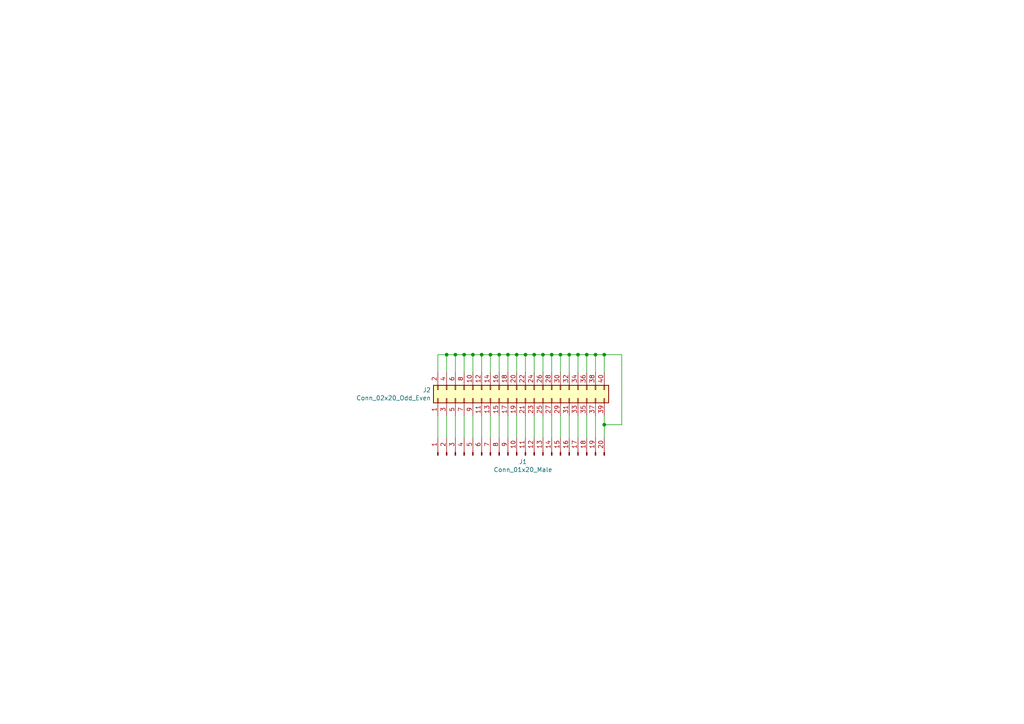
<source format=kicad_sch>
(kicad_sch (version 20211123) (generator eeschema)
  (paper "A4")
  (lib_symbols
    (symbol "Connector:Conn_01x20_Male" (pin_names (offset 1.016) hide)
      (property "Reference" "J" (at 0 25.4 0))
      (property "Value" "Conn_01x20_Male" (at 0 -27.94 0))
      (symbol "Conn_01x20_Male_1_1"
        (polyline (pts (xy 1.27 -25.4) (xy 0.8636 -25.4)) (stroke (width 0.1524)))
        (polyline (pts (xy 1.27 -22.86) (xy 0.8636 -22.86)) (stroke (width 0.1524)))
        (polyline (pts (xy 1.27 -20.32) (xy 0.8636 -20.32)) (stroke (width 0.1524)))
        (polyline (pts (xy 1.27 -17.78) (xy 0.8636 -17.78)) (stroke (width 0.1524)))
        (polyline (pts (xy 1.27 -15.24) (xy 0.8636 -15.24)) (stroke (width 0.1524)))
        (polyline (pts (xy 1.27 -12.7) (xy 0.8636 -12.7)) (stroke (width 0.1524)))
        (polyline (pts (xy 1.27 -10.16) (xy 0.8636 -10.16)) (stroke (width 0.1524)))
        (polyline (pts (xy 1.27 -7.62) (xy 0.8636 -7.62)) (stroke (width 0.1524)))
        (polyline (pts (xy 1.27 -5.08) (xy 0.8636 -5.08)) (stroke (width 0.1524)))
        (polyline (pts (xy 1.27 -2.54) (xy 0.8636 -2.54)) (stroke (width 0.1524)))
        (polyline (pts (xy 1.27 0) (xy 0.8636 0)) (stroke (width 0.1524)))
        (polyline (pts (xy 1.27 2.54) (xy 0.8636 2.54)) (stroke (width 0.1524)))
        (polyline (pts (xy 1.27 5.08) (xy 0.8636 5.08)) (stroke (width 0.1524)))
        (polyline (pts (xy 1.27 7.62) (xy 0.8636 7.62)) (stroke (width 0.1524)))
        (polyline (pts (xy 1.27 10.16) (xy 0.8636 10.16)) (stroke (width 0.1524)))
        (polyline (pts (xy 1.27 12.7) (xy 0.8636 12.7)) (stroke (width 0.1524)))
        (polyline (pts (xy 1.27 15.24) (xy 0.8636 15.24)) (stroke (width 0.1524)))
        (polyline (pts (xy 1.27 17.78) (xy 0.8636 17.78)) (stroke (width 0.1524)))
        (polyline (pts (xy 1.27 20.32) (xy 0.8636 20.32)) (stroke (width 0.1524)))
        (polyline (pts (xy 1.27 22.86) (xy 0.8636 22.86)) (stroke (width 0.1524)))
        (rectangle (start 0.8636 -25.273) (end 0 -25.527) (stroke (width 0.1524)) (fill (type outline)))
        (rectangle (start 0.8636 -22.733) (end 0 -22.987) (stroke (width 0.1524)) (fill (type outline)))
        (rectangle (start 0.8636 -20.193) (end 0 -20.447) (stroke (width 0.1524)) (fill (type outline)))
        (rectangle (start 0.8636 -17.653) (end 0 -17.907) (stroke (width 0.1524)) (fill (type outline)))
        (rectangle (start 0.8636 -15.113) (end 0 -15.367) (stroke (width 0.1524)) (fill (type outline)))
        (rectangle (start 0.8636 -12.573) (end 0 -12.827) (stroke (width 0.1524)) (fill (type outline)))
        (rectangle (start 0.8636 -10.033) (end 0 -10.287) (stroke (width 0.1524)) (fill (type outline)))
        (rectangle (start 0.8636 -7.493) (end 0 -7.747) (stroke (width 0.1524)) (fill (type outline)))
        (rectangle (start 0.8636 -4.953) (end 0 -5.207) (stroke (width 0.1524)) (fill (type outline)))
        (rectangle (start 0.8636 -2.413) (end 0 -2.667) (stroke (width 0.1524)) (fill (type outline)))
        (rectangle (start 0.8636 0.127) (end 0 -0.127) (stroke (width 0.1524)) (fill (type outline)))
        (rectangle (start 0.8636 2.667) (end 0 2.413) (stroke (width 0.1524)) (fill (type outline)))
        (rectangle (start 0.8636 5.207) (end 0 4.953) (stroke (width 0.1524)) (fill (type outline)))
        (rectangle (start 0.8636 7.747) (end 0 7.493) (stroke (width 0.1524)) (fill (type outline)))
        (rectangle (start 0.8636 10.287) (end 0 10.033) (stroke (width 0.1524)) (fill (type outline)))
        (rectangle (start 0.8636 12.827) (end 0 12.573) (stroke (width 0.1524)) (fill (type outline)))
        (rectangle (start 0.8636 15.367) (end 0 15.113) (stroke (width 0.1524)) (fill (type outline)))
        (rectangle (start 0.8636 17.907) (end 0 17.653) (stroke (width 0.1524)) (fill (type outline)))
        (rectangle (start 0.8636 20.447) (end 0 20.193) (stroke (width 0.1524)) (fill (type outline)))
        (rectangle (start 0.8636 22.987) (end 0 22.733) (stroke (width 0.1524)) (fill (type outline)))
        (pin passive line (at 5.08 22.86 180) (length 3.81) (name "Pin_1") (number "1"))
        (pin passive line (at 5.08 0 180) (length 3.81) (name "Pin_10") (number "10"))
        (pin passive line (at 5.08 -2.54 180) (length 3.81) (name "Pin_11") (number "11"))
        (pin passive line (at 5.08 -5.08 180) (length 3.81) (name "Pin_12") (number "12"))
        (pin passive line (at 5.08 -7.62 180) (length 3.81) (name "Pin_13") (number "13"))
        (pin passive line (at 5.08 -10.16 180) (length 3.81) (name "Pin_14") (number "14"))
        (pin passive line (at 5.08 -12.7 180) (length 3.81) (name "Pin_15") (number "15"))
        (pin passive line (at 5.08 -15.24 180) (length 3.81) (name "Pin_16") (number "16"))
        (pin passive line (at 5.08 -17.78 180) (length 3.81) (name "Pin_17") (number "17"))
        (pin passive line (at 5.08 -20.32 180) (length 3.81) (name "Pin_18") (number "18"))
        (pin passive line (at 5.08 -22.86 180) (length 3.81) (name "Pin_19") (number "19"))
        (pin passive line (at 5.08 20.32 180) (length 3.81) (name "Pin_2") (number "2"))
        (pin passive line (at 5.08 -25.4 180) (length 3.81) (name "Pin_20") (number "20"))
        (pin passive line (at 5.08 17.78 180) (length 3.81) (name "Pin_3") (number "3"))
        (pin passive line (at 5.08 15.24 180) (length 3.81) (name "Pin_4") (number "4"))
        (pin passive line (at 5.08 12.7 180) (length 3.81) (name "Pin_5") (number "5"))
        (pin passive line (at 5.08 10.16 180) (length 3.81) (name "Pin_6") (number "6"))
        (pin passive line (at 5.08 7.62 180) (length 3.81) (name "Pin_7") (number "7"))
        (pin passive line (at 5.08 5.08 180) (length 3.81) (name "Pin_8") (number "8"))
        (pin passive line (at 5.08 2.54 180) (length 3.81) (name "Pin_9") (number "9"))
      )
    )
    (symbol "Connector_Generic:Conn_02x20_Odd_Even" (pin_names (offset 1.016) hide)
      (property "Reference" "J" (at 1.27 25.4 0))
      (property "Value" "Conn_02x20_Odd_Even" (at 1.27 -27.94 0))
      (symbol "Conn_02x20_Odd_Even_1_1"
        (rectangle (start -1.27 -25.273) (end 0 -25.527) (stroke (width 0.1524)))
        (rectangle (start -1.27 -22.733) (end 0 -22.987) (stroke (width 0.1524)))
        (rectangle (start -1.27 -20.193) (end 0 -20.447) (stroke (width 0.1524)))
        (rectangle (start -1.27 -17.653) (end 0 -17.907) (stroke (width 0.1524)))
        (rectangle (start -1.27 -15.113) (end 0 -15.367) (stroke (width 0.1524)))
        (rectangle (start -1.27 -12.573) (end 0 -12.827) (stroke (width 0.1524)))
        (rectangle (start -1.27 -10.033) (end 0 -10.287) (stroke (width 0.1524)))
        (rectangle (start -1.27 -7.493) (end 0 -7.747) (stroke (width 0.1524)))
        (rectangle (start -1.27 -4.953) (end 0 -5.207) (stroke (width 0.1524)))
        (rectangle (start -1.27 -2.413) (end 0 -2.667) (stroke (width 0.1524)))
        (rectangle (start -1.27 0.127) (end 0 -0.127) (stroke (width 0.1524)))
        (rectangle (start -1.27 2.667) (end 0 2.413) (stroke (width 0.1524)))
        (rectangle (start -1.27 5.207) (end 0 4.953) (stroke (width 0.1524)))
        (rectangle (start -1.27 7.747) (end 0 7.493) (stroke (width 0.1524)))
        (rectangle (start -1.27 10.287) (end 0 10.033) (stroke (width 0.1524)))
        (rectangle (start -1.27 12.827) (end 0 12.573) (stroke (width 0.1524)))
        (rectangle (start -1.27 15.367) (end 0 15.113) (stroke (width 0.1524)))
        (rectangle (start -1.27 17.907) (end 0 17.653) (stroke (width 0.1524)))
        (rectangle (start -1.27 20.447) (end 0 20.193) (stroke (width 0.1524)))
        (rectangle (start -1.27 22.987) (end 0 22.733) (stroke (width 0.1524)))
        (rectangle (start -1.27 24.13) (end 3.81 -26.67) (stroke (width 0.254)) (fill (type background)))
        (rectangle (start 3.81 -25.273) (end 2.54 -25.527) (stroke (width 0.1524)))
        (rectangle (start 3.81 -22.733) (end 2.54 -22.987) (stroke (width 0.1524)))
        (rectangle (start 3.81 -20.193) (end 2.54 -20.447) (stroke (width 0.1524)))
        (rectangle (start 3.81 -17.653) (end 2.54 -17.907) (stroke (width 0.1524)))
        (rectangle (start 3.81 -15.113) (end 2.54 -15.367) (stroke (width 0.1524)))
        (rectangle (start 3.81 -12.573) (end 2.54 -12.827) (stroke (width 0.1524)))
        (rectangle (start 3.81 -10.033) (end 2.54 -10.287) (stroke (width 0.1524)))
        (rectangle (start 3.81 -7.493) (end 2.54 -7.747) (stroke (width 0.1524)))
        (rectangle (start 3.81 -4.953) (end 2.54 -5.207) (stroke (width 0.1524)))
        (rectangle (start 3.81 -2.413) (end 2.54 -2.667) (stroke (width 0.1524)))
        (rectangle (start 3.81 0.127) (end 2.54 -0.127) (stroke (width 0.1524)))
        (rectangle (start 3.81 2.667) (end 2.54 2.413) (stroke (width 0.1524)))
        (rectangle (start 3.81 5.207) (end 2.54 4.953) (stroke (width 0.1524)))
        (rectangle (start 3.81 7.747) (end 2.54 7.493) (stroke (width 0.1524)))
        (rectangle (start 3.81 10.287) (end 2.54 10.033) (stroke (width 0.1524)))
        (rectangle (start 3.81 12.827) (end 2.54 12.573) (stroke (width 0.1524)))
        (rectangle (start 3.81 15.367) (end 2.54 15.113) (stroke (width 0.1524)))
        (rectangle (start 3.81 17.907) (end 2.54 17.653) (stroke (width 0.1524)))
        (rectangle (start 3.81 20.447) (end 2.54 20.193) (stroke (width 0.1524)))
        (rectangle (start 3.81 22.987) (end 2.54 22.733) (stroke (width 0.1524)))
        (pin passive line (at -5.08 22.86 0) (length 3.81) (name "Pin_1") (number "1"))
        (pin passive line (at 7.62 12.7 180) (length 3.81) (name "Pin_10") (number "10"))
        (pin passive line (at -5.08 10.16 0) (length 3.81) (name "Pin_11") (number "11"))
        (pin passive line (at 7.62 10.16 180) (length 3.81) (name "Pin_12") (number "12"))
        (pin passive line (at -5.08 7.62 0) (length 3.81) (name "Pin_13") (number "13"))
        (pin passive line (at 7.62 7.62 180) (length 3.81) (name "Pin_14") (number "14"))
        (pin passive line (at -5.08 5.08 0) (length 3.81) (name "Pin_15") (number "15"))
        (pin passive line (at 7.62 5.08 180) (length 3.81) (name "Pin_16") (number "16"))
        (pin passive line (at -5.08 2.54 0) (length 3.81) (name "Pin_17") (number "17"))
        (pin passive line (at 7.62 2.54 180) (length 3.81) (name "Pin_18") (number "18"))
        (pin passive line (at -5.08 0 0) (length 3.81) (name "Pin_19") (number "19"))
        (pin passive line (at 7.62 22.86 180) (length 3.81) (name "Pin_2") (number "2"))
        (pin passive line (at 7.62 0 180) (length 3.81) (name "Pin_20") (number "20"))
        (pin passive line (at -5.08 -2.54 0) (length 3.81) (name "Pin_21") (number "21"))
        (pin passive line (at 7.62 -2.54 180) (length 3.81) (name "Pin_22") (number "22"))
        (pin passive line (at -5.08 -5.08 0) (length 3.81) (name "Pin_23") (number "23"))
        (pin passive line (at 7.62 -5.08 180) (length 3.81) (name "Pin_24") (number "24"))
        (pin passive line (at -5.08 -7.62 0) (length 3.81) (name "Pin_25") (number "25"))
        (pin passive line (at 7.62 -7.62 180) (length 3.81) (name "Pin_26") (number "26"))
        (pin passive line (at -5.08 -10.16 0) (length 3.81) (name "Pin_27") (number "27"))
        (pin passive line (at 7.62 -10.16 180) (length 3.81) (name "Pin_28") (number "28"))
        (pin passive line (at -5.08 -12.7 0) (length 3.81) (name "Pin_29") (number "29"))
        (pin passive line (at -5.08 20.32 0) (length 3.81) (name "Pin_3") (number "3"))
        (pin passive line (at 7.62 -12.7 180) (length 3.81) (name "Pin_30") (number "30"))
        (pin passive line (at -5.08 -15.24 0) (length 3.81) (name "Pin_31") (number "31"))
        (pin passive line (at 7.62 -15.24 180) (length 3.81) (name "Pin_32") (number "32"))
        (pin passive line (at -5.08 -17.78 0) (length 3.81) (name "Pin_33") (number "33"))
        (pin passive line (at 7.62 -17.78 180) (length 3.81) (name "Pin_34") (number "34"))
        (pin passive line (at -5.08 -20.32 0) (length 3.81) (name "Pin_35") (number "35"))
        (pin passive line (at 7.62 -20.32 180) (length 3.81) (name "Pin_36") (number "36"))
        (pin passive line (at -5.08 -22.86 0) (length 3.81) (name "Pin_37") (number "37"))
        (pin passive line (at 7.62 -22.86 180) (length 3.81) (name "Pin_38") (number "38"))
        (pin passive line (at -5.08 -25.4 0) (length 3.81) (name "Pin_39") (number "39"))
        (pin passive line (at 7.62 20.32 180) (length 3.81) (name "Pin_4") (number "4"))
        (pin passive line (at 7.62 -25.4 180) (length 3.81) (name "Pin_40") (number "40"))
        (pin passive line (at -5.08 17.78 0) (length 3.81) (name "Pin_5") (number "5"))
        (pin passive line (at 7.62 17.78 180) (length 3.81) (name "Pin_6") (number "6"))
        (pin passive line (at -5.08 15.24 0) (length 3.81) (name "Pin_7") (number "7"))
        (pin passive line (at 7.62 15.24 180) (length 3.81) (name "Pin_8") (number "8"))
        (pin passive line (at -5.08 12.7 0) (length 3.81) (name "Pin_9") (number "9"))
      )
    )
  )
  (junction (at 137.16 102.87))
  (junction (at 139.7 102.87))
  (junction (at 142.24 102.87))
  (junction (at 162.56 102.87))
  (junction (at 167.64 102.87))
  (junction (at 172.72 102.87))
  (junction (at 160.02 102.87))
  (junction (at 129.54 102.87))
  (junction (at 154.94 102.87))
  (junction (at 147.32 102.87))
  (junction (at 152.4 102.87))
  (junction (at 175.26 102.87))
  (junction (at 134.62 102.87))
  (junction (at 132.08 102.87))
  (junction (at 175.26 123.19))
  (junction (at 157.48 102.87))
  (junction (at 144.78 102.87))
  (junction (at 165.1 102.87))
  (junction (at 170.18 102.87))
  (junction (at 149.86 102.87))
  (wire (pts (xy 147.32 102.87) (xy 149.86 102.87)))
  (wire (pts (xy 142.24 102.87) (xy 144.78 102.87)))
  (wire (pts (xy 167.64 127) (xy 167.64 120.65)))
  (wire (pts (xy 152.4 102.87) (xy 154.94 102.87)))
  (wire (pts (xy 144.78 107.95) (xy 144.78 102.87)))
  (wire (pts (xy 175.26 123.19) (xy 175.26 120.65)))
  (wire (pts (xy 175.26 123.19) (xy 180.34 123.19)))
  (wire (pts (xy 165.1 107.95) (xy 165.1 102.87)))
  (wire (pts (xy 134.62 107.95) (xy 134.62 102.87)))
  (wire (pts (xy 132.08 102.87) (xy 134.62 102.87)))
  (wire (pts (xy 165.1 102.87) (xy 167.64 102.87)))
  (wire (pts (xy 139.7 102.87) (xy 142.24 102.87)))
  (wire (pts (xy 147.32 127) (xy 147.32 120.65)))
  (wire (pts (xy 175.26 127) (xy 175.26 123.19)))
  (wire (pts (xy 170.18 107.95) (xy 170.18 102.87)))
  (wire (pts (xy 127 102.87) (xy 129.54 102.87)))
  (wire (pts (xy 149.86 107.95) (xy 149.86 102.87)))
  (wire (pts (xy 134.62 102.87) (xy 137.16 102.87)))
  (wire (pts (xy 162.56 102.87) (xy 165.1 102.87)))
  (wire (pts (xy 170.18 127) (xy 170.18 120.65)))
  (wire (pts (xy 144.78 127) (xy 144.78 120.65)))
  (wire (pts (xy 154.94 107.95) (xy 154.94 102.87)))
  (wire (pts (xy 137.16 127) (xy 137.16 120.65)))
  (wire (pts (xy 170.18 102.87) (xy 172.72 102.87)))
  (wire (pts (xy 129.54 102.87) (xy 132.08 102.87)))
  (wire (pts (xy 154.94 102.87) (xy 157.48 102.87)))
  (wire (pts (xy 154.94 127) (xy 154.94 120.65)))
  (wire (pts (xy 127 127) (xy 127 120.65)))
  (wire (pts (xy 165.1 127) (xy 165.1 120.65)))
  (wire (pts (xy 162.56 127) (xy 162.56 120.65)))
  (wire (pts (xy 167.64 107.95) (xy 167.64 102.87)))
  (wire (pts (xy 175.26 102.87) (xy 175.26 107.95)))
  (wire (pts (xy 180.34 123.19) (xy 180.34 102.87)))
  (wire (pts (xy 147.32 107.95) (xy 147.32 102.87)))
  (wire (pts (xy 162.56 107.95) (xy 162.56 102.87)))
  (wire (pts (xy 180.34 102.87) (xy 175.26 102.87)))
  (wire (pts (xy 142.24 107.95) (xy 142.24 102.87)))
  (wire (pts (xy 129.54 127) (xy 129.54 120.65)))
  (wire (pts (xy 137.16 102.87) (xy 139.7 102.87)))
  (wire (pts (xy 160.02 102.87) (xy 162.56 102.87)))
  (wire (pts (xy 157.48 107.95) (xy 157.48 102.87)))
  (wire (pts (xy 132.08 107.95) (xy 132.08 102.87)))
  (wire (pts (xy 160.02 107.95) (xy 160.02 102.87)))
  (wire (pts (xy 142.24 127) (xy 142.24 120.65)))
  (wire (pts (xy 152.4 107.95) (xy 152.4 102.87)))
  (wire (pts (xy 149.86 127) (xy 149.86 120.65)))
  (wire (pts (xy 127 107.95) (xy 127 102.87)))
  (wire (pts (xy 132.08 127) (xy 132.08 120.65)))
  (wire (pts (xy 144.78 102.87) (xy 147.32 102.87)))
  (wire (pts (xy 167.64 102.87) (xy 170.18 102.87)))
  (wire (pts (xy 137.16 107.95) (xy 137.16 102.87)))
  (wire (pts (xy 139.7 127) (xy 139.7 120.65)))
  (wire (pts (xy 160.02 127) (xy 160.02 120.65)))
  (wire (pts (xy 172.72 107.95) (xy 172.72 102.87)))
  (wire (pts (xy 157.48 127) (xy 157.48 120.65)))
  (wire (pts (xy 129.54 107.95) (xy 129.54 102.87)))
  (wire (pts (xy 134.62 127) (xy 134.62 120.65)))
  (wire (pts (xy 172.72 102.87) (xy 175.26 102.87)))
  (wire (pts (xy 157.48 102.87) (xy 160.02 102.87)))
  (wire (pts (xy 152.4 120.65) (xy 152.4 127)))
  (wire (pts (xy 172.72 127) (xy 172.72 120.65)))
  (wire (pts (xy 149.86 102.87) (xy 152.4 102.87)))
  (wire (pts (xy 139.7 107.95) (xy 139.7 102.87)))
  (symbol (lib_id "Connector:Conn_01x20_Male") (at 149.86 132.08 90) (unit 1)
    (property "Reference" "J1" (at 151.6888 133.9342 90))
    (property "Value" "Conn_01x20_Male" (at 151.6888 136.2456 90))
    (property "Footprint" "Card:Card _Edge_20P" (effects hide))
  )
  (symbol (lib_id "Connector_Generic:Conn_02x20_Odd_Even") (at 149.86 115.57 90) (unit 1)
    (property "Reference" "J2" (at 124.9934 113.1316 90) (effects (justify left)))
    (property "Value" "Conn_02x20_Odd_Even" (at 124.9934 115.443 90) (effects (justify left)))
    (property "Footprint" "Connector_PinHeader_2.54mm:PinHeader_2x20_P2.54mm_Vertical" (effects hide))
  )
)
</source>
